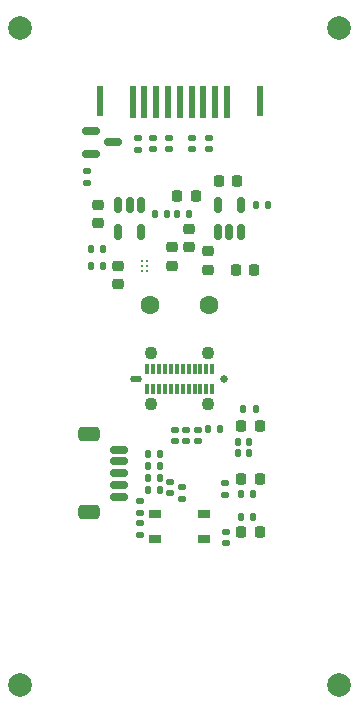
<source format=gbr>
%TF.GenerationSoftware,KiCad,Pcbnew,8.0.1*%
%TF.CreationDate,2025-06-23T19:48:13+12:00*%
%TF.ProjectId,panelrev2,70616e65-6c72-4657-9632-2e6b69636164,rev?*%
%TF.SameCoordinates,Original*%
%TF.FileFunction,Soldermask,Bot*%
%TF.FilePolarity,Negative*%
%FSLAX46Y46*%
G04 Gerber Fmt 4.6, Leading zero omitted, Abs format (unit mm)*
G04 Created by KiCad (PCBNEW 8.0.1) date 2025-06-23 19:48:13*
%MOMM*%
%LPD*%
G01*
G04 APERTURE LIST*
G04 Aperture macros list*
%AMRoundRect*
0 Rectangle with rounded corners*
0 $1 Rounding radius*
0 $2 $3 $4 $5 $6 $7 $8 $9 X,Y pos of 4 corners*
0 Add a 4 corners polygon primitive as box body*
4,1,4,$2,$3,$4,$5,$6,$7,$8,$9,$2,$3,0*
0 Add four circle primitives for the rounded corners*
1,1,$1+$1,$2,$3*
1,1,$1+$1,$4,$5*
1,1,$1+$1,$6,$7*
1,1,$1+$1,$8,$9*
0 Add four rect primitives between the rounded corners*
20,1,$1+$1,$2,$3,$4,$5,0*
20,1,$1+$1,$4,$5,$6,$7,0*
20,1,$1+$1,$6,$7,$8,$9,0*
20,1,$1+$1,$8,$9,$2,$3,0*%
G04 Aperture macros list end*
%ADD10C,2.000000*%
%ADD11C,1.600000*%
%ADD12R,0.500000X2.800000*%
%ADD13R,0.600000X2.600000*%
%ADD14RoundRect,0.135000X0.135000X0.185000X-0.135000X0.185000X-0.135000X-0.185000X0.135000X-0.185000X0*%
%ADD15RoundRect,0.135000X0.185000X-0.135000X0.185000X0.135000X-0.185000X0.135000X-0.185000X-0.135000X0*%
%ADD16RoundRect,0.150000X-0.625000X0.150000X-0.625000X-0.150000X0.625000X-0.150000X0.625000X0.150000X0*%
%ADD17RoundRect,0.250000X-0.650000X0.350000X-0.650000X-0.350000X0.650000X-0.350000X0.650000X0.350000X0*%
%ADD18RoundRect,0.150000X-0.150000X0.512500X-0.150000X-0.512500X0.150000X-0.512500X0.150000X0.512500X0*%
%ADD19RoundRect,0.147500X0.172500X-0.147500X0.172500X0.147500X-0.172500X0.147500X-0.172500X-0.147500X0*%
%ADD20RoundRect,0.135000X-0.135000X-0.185000X0.135000X-0.185000X0.135000X0.185000X-0.135000X0.185000X0*%
%ADD21RoundRect,0.140000X-0.170000X0.140000X-0.170000X-0.140000X0.170000X-0.140000X0.170000X0.140000X0*%
%ADD22RoundRect,0.140000X0.170000X-0.140000X0.170000X0.140000X-0.170000X0.140000X-0.170000X-0.140000X0*%
%ADD23RoundRect,0.135000X-0.185000X0.135000X-0.185000X-0.135000X0.185000X-0.135000X0.185000X0.135000X0*%
%ADD24RoundRect,0.225000X-0.225000X-0.250000X0.225000X-0.250000X0.225000X0.250000X-0.225000X0.250000X0*%
%ADD25RoundRect,0.218750X0.218750X0.256250X-0.218750X0.256250X-0.218750X-0.256250X0.218750X-0.256250X0*%
%ADD26RoundRect,0.218750X-0.218750X-0.256250X0.218750X-0.256250X0.218750X0.256250X-0.218750X0.256250X0*%
%ADD27RoundRect,0.140000X-0.140000X-0.170000X0.140000X-0.170000X0.140000X0.170000X-0.140000X0.170000X0*%
%ADD28RoundRect,0.150000X0.150000X-0.512500X0.150000X0.512500X-0.150000X0.512500X-0.150000X-0.512500X0*%
%ADD29RoundRect,0.147500X0.147500X0.172500X-0.147500X0.172500X-0.147500X-0.172500X0.147500X-0.172500X0*%
%ADD30RoundRect,0.225000X0.250000X-0.225000X0.250000X0.225000X-0.250000X0.225000X-0.250000X-0.225000X0*%
%ADD31RoundRect,0.218750X-0.256250X0.218750X-0.256250X-0.218750X0.256250X-0.218750X0.256250X0.218750X0*%
%ADD32RoundRect,0.150000X-0.587500X-0.150000X0.587500X-0.150000X0.587500X0.150000X-0.587500X0.150000X0*%
%ADD33C,0.300000*%
%ADD34R,1.050000X0.650000*%
%ADD35RoundRect,0.225000X-0.250000X0.225000X-0.250000X-0.225000X0.250000X-0.225000X0.250000X0.225000X0*%
%ADD36C,0.660000*%
%ADD37O,1.000000X0.580000*%
%ADD38R,0.300000X0.850000*%
%ADD39C,1.100000*%
G04 APERTURE END LIST*
D10*
%TO.C,KiKit_TO_4*%
X162000000Y-78100000D03*
%TD*%
D11*
%TO.C,C5*%
X151000000Y-45950000D03*
X146000000Y-45950000D03*
%TD*%
D10*
%TO.C,KiKit_TO_2*%
X162000000Y-22500000D03*
%TD*%
%TO.C,KiKit_TO_1*%
X135000000Y-22500000D03*
%TD*%
D12*
%TO.C,J3*%
X152500000Y-28700000D03*
X151500000Y-28700000D03*
X150500000Y-28700000D03*
X149500000Y-28700000D03*
X148500000Y-28700000D03*
X147500000Y-28700000D03*
X146500000Y-28700000D03*
X145500000Y-28700000D03*
X144500000Y-28700000D03*
D13*
X155275000Y-28600000D03*
X141725000Y-28600000D03*
%TD*%
D10*
%TO.C,KiKit_TO_3*%
X135000000Y-78100000D03*
%TD*%
D14*
%TO.C,R10*%
X147410000Y-38200000D03*
X146390000Y-38200000D03*
%TD*%
D15*
%TO.C,R11*%
X145150000Y-63510000D03*
X145150000Y-62490000D03*
%TD*%
D16*
%TO.C,J4*%
X143325000Y-58150000D03*
X143325000Y-59150000D03*
X143325000Y-60150000D03*
X143325000Y-61150000D03*
X143325000Y-62150000D03*
D17*
X140800000Y-56850000D03*
X140800000Y-63450000D03*
%TD*%
D18*
%TO.C,U6*%
X143300000Y-37425000D03*
X144250000Y-37425000D03*
X145200000Y-37425000D03*
X145200000Y-39700000D03*
X143300000Y-39700000D03*
%TD*%
D19*
%TO.C,D3*%
X151000000Y-32735000D03*
X151000000Y-31765000D03*
%TD*%
D20*
%TO.C,R7*%
X153890000Y-54700000D03*
X154910000Y-54700000D03*
%TD*%
D21*
%TO.C,C22*%
X150000000Y-56470000D03*
X150000000Y-57430000D03*
%TD*%
D20*
%TO.C,R15*%
X140990000Y-41200000D03*
X142010000Y-41200000D03*
%TD*%
D22*
%TO.C,C16*%
X147700000Y-61830000D03*
X147700000Y-60870000D03*
%TD*%
D23*
%TO.C,R8*%
X145150000Y-64390000D03*
X145150000Y-65410000D03*
%TD*%
D20*
%TO.C,R21*%
X154940000Y-37450000D03*
X155960000Y-37450000D03*
%TD*%
D24*
%TO.C,C4*%
X153225000Y-42950000D03*
X154775000Y-42950000D03*
%TD*%
D25*
%TO.C,F1*%
X149837500Y-36650000D03*
X148262500Y-36650000D03*
%TD*%
D26*
%TO.C,D11*%
X153712500Y-60650000D03*
X155287500Y-60650000D03*
%TD*%
D20*
%TO.C,R5*%
X153690000Y-61950000D03*
X154710000Y-61950000D03*
%TD*%
%TO.C,R1*%
X153690000Y-63850000D03*
X154710000Y-63850000D03*
%TD*%
D19*
%TO.C,D2*%
X149500000Y-32735000D03*
X149500000Y-31765000D03*
%TD*%
D23*
%TO.C,R19*%
X148700000Y-61290000D03*
X148700000Y-62310000D03*
%TD*%
D19*
%TO.C,D8*%
X147550000Y-32735000D03*
X147550000Y-31765000D03*
%TD*%
D23*
%TO.C,R9*%
X140600000Y-34590000D03*
X140600000Y-35610000D03*
%TD*%
D27*
%TO.C,C17*%
X145820000Y-59550000D03*
X146780000Y-59550000D03*
%TD*%
%TO.C,C15*%
X145820000Y-58550000D03*
X146780000Y-58550000D03*
%TD*%
D26*
%TO.C,D12*%
X153712500Y-56150000D03*
X155287500Y-56150000D03*
%TD*%
D28*
%TO.C,U2*%
X153650000Y-39737500D03*
X152700000Y-39737500D03*
X151750000Y-39737500D03*
X151750000Y-37462500D03*
X153650000Y-37462500D03*
%TD*%
D24*
%TO.C,C3*%
X151775000Y-35450000D03*
X153325000Y-35450000D03*
%TD*%
D15*
%TO.C,R20*%
X145000000Y-32760000D03*
X145000000Y-31740000D03*
%TD*%
D14*
%TO.C,R25*%
X149310000Y-38200000D03*
X148290000Y-38200000D03*
%TD*%
D21*
%TO.C,C18*%
X148100000Y-56470000D03*
X148100000Y-57430000D03*
%TD*%
%TO.C,C20*%
X149050000Y-56470000D03*
X149050000Y-57430000D03*
%TD*%
D29*
%TO.C,L3*%
X146785000Y-61550000D03*
X145815000Y-61550000D03*
%TD*%
D30*
%TO.C,C6*%
X149300000Y-41025000D03*
X149300000Y-39475000D03*
%TD*%
D31*
%TO.C,L2*%
X147800000Y-41025000D03*
X147800000Y-42600000D03*
%TD*%
D14*
%TO.C,R14*%
X142010000Y-42600000D03*
X140990000Y-42600000D03*
%TD*%
D19*
%TO.C,D9*%
X146250000Y-32735000D03*
X146250000Y-31765000D03*
%TD*%
D32*
%TO.C,Q3*%
X140962500Y-33100000D03*
X140962500Y-31200000D03*
X142837500Y-32150000D03*
%TD*%
D21*
%TO.C,C25*%
X152400000Y-65120000D03*
X152400000Y-66080000D03*
%TD*%
D20*
%TO.C,R18*%
X150890000Y-56450000D03*
X151910000Y-56450000D03*
%TD*%
D27*
%TO.C,C14*%
X153420000Y-57500000D03*
X154380000Y-57500000D03*
%TD*%
D33*
%TO.C,U3*%
X145700000Y-42200000D03*
X145300000Y-42200000D03*
X145700000Y-42600000D03*
X145300000Y-42600000D03*
X145700000Y-43000000D03*
X145300000Y-43000000D03*
%TD*%
D26*
%TO.C,D10*%
X153712500Y-65150000D03*
X155287500Y-65150000D03*
%TD*%
D31*
%TO.C,L1*%
X150900000Y-41362500D03*
X150900000Y-42937500D03*
%TD*%
D27*
%TO.C,C19*%
X145820000Y-60550000D03*
X146780000Y-60550000D03*
%TD*%
D34*
%TO.C,SW1*%
X150575000Y-63575000D03*
X146425000Y-63575000D03*
X150575000Y-65725000D03*
X146425000Y-65725000D03*
%TD*%
D27*
%TO.C,C13*%
X153420000Y-58450000D03*
X154380000Y-58450000D03*
%TD*%
D35*
%TO.C,C24*%
X141600000Y-37425000D03*
X141600000Y-38975000D03*
%TD*%
D23*
%TO.C,R22*%
X152350000Y-60990000D03*
X152350000Y-62010000D03*
%TD*%
D35*
%TO.C,C7*%
X143290000Y-42600000D03*
X143290000Y-44150000D03*
%TD*%
D36*
%TO.C,J5*%
X152250000Y-52150000D03*
D37*
X144750000Y-52150000D03*
D38*
X151250000Y-51315000D03*
X150750000Y-51315000D03*
X150250000Y-51315000D03*
X149750000Y-51315000D03*
X149250000Y-51315000D03*
X148750000Y-51315000D03*
X148250000Y-51315000D03*
X147750000Y-51315000D03*
X147250000Y-51315000D03*
X146750000Y-51315000D03*
X146250000Y-51315000D03*
X145750000Y-51315000D03*
X145750000Y-52985000D03*
X146250000Y-52985000D03*
X146750000Y-52985000D03*
X147250000Y-52985000D03*
X147750000Y-52985000D03*
X148250000Y-52985000D03*
X148750000Y-52985000D03*
X149250000Y-52985000D03*
X149750000Y-52985000D03*
X150250000Y-52985000D03*
X150750000Y-52985000D03*
X151250000Y-52985000D03*
D39*
X150900000Y-54300000D03*
X150900000Y-50000000D03*
X146100000Y-54300000D03*
X146100000Y-50000000D03*
%TD*%
M02*

</source>
